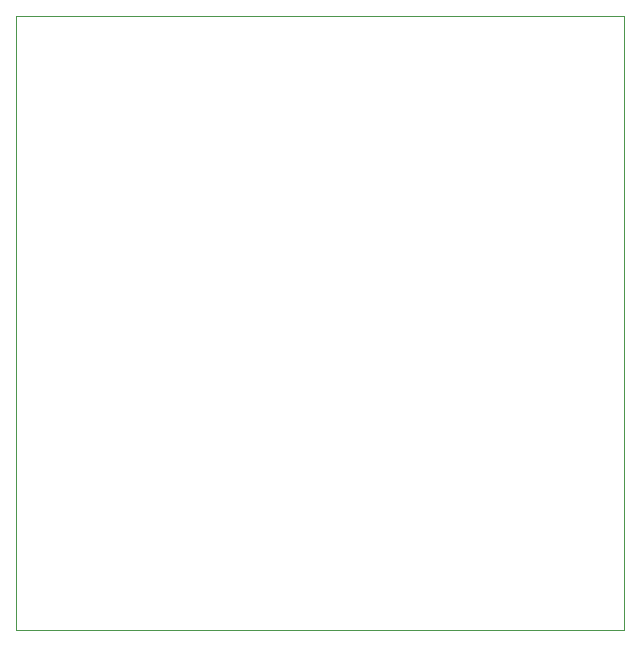
<source format=gbr>
%TF.GenerationSoftware,KiCad,Pcbnew,8.0.2*%
%TF.CreationDate,2024-09-12T21:38:04+02:00*%
%TF.ProjectId,splitX_pluggable_8p,73706c69-7458-45f7-906c-75676761626c,rev?*%
%TF.SameCoordinates,Original*%
%TF.FileFunction,Profile,NP*%
%FSLAX46Y46*%
G04 Gerber Fmt 4.6, Leading zero omitted, Abs format (unit mm)*
G04 Created by KiCad (PCBNEW 8.0.2) date 2024-09-12 21:38:04*
%MOMM*%
%LPD*%
G01*
G04 APERTURE LIST*
%TA.AperFunction,Profile*%
%ADD10C,0.100000*%
%TD*%
G04 APERTURE END LIST*
D10*
X130500000Y-81000000D02*
X182000000Y-81000000D01*
X182000000Y-133000000D01*
X130500000Y-133000000D01*
X130500000Y-81000000D01*
M02*

</source>
